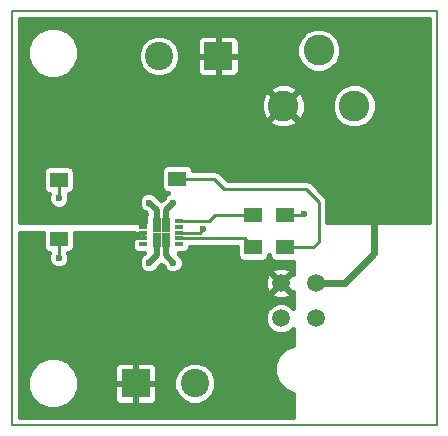
<source format=gbr>
G04 #@! TF.FileFunction,Copper,L1,Top,Signal*
%FSLAX46Y46*%
G04 Gerber Fmt 4.6, Leading zero omitted, Abs format (unit mm)*
G04 Created by KiCad (PCBNEW 4.0.7) date 05/14/18 21:45:12*
%MOMM*%
%LPD*%
G01*
G04 APERTURE LIST*
%ADD10C,0.100000*%
%ADD11C,0.150000*%
%ADD12R,1.500000X1.250000*%
%ADD13R,1.500000X1.300000*%
%ADD14R,0.650000X0.300000*%
%ADD15R,0.775000X1.240000*%
%ADD16C,2.600000*%
%ADD17R,2.400000X2.400000*%
%ADD18C,2.400000*%
%ADD19C,1.500000*%
%ADD20C,0.600000*%
%ADD21C,0.250000*%
%ADD22C,0.500000*%
%ADD23C,0.600000*%
%ADD24C,0.400000*%
G04 APERTURE END LIST*
D10*
D11*
X161000000Y-117000000D02*
X161000000Y-82000000D01*
X125000000Y-117000000D02*
X125000000Y-82000000D01*
X125000000Y-82000000D02*
X161000000Y-82000000D01*
X125000000Y-117000000D02*
X161000000Y-117000000D01*
D12*
X131500000Y-96250000D03*
X129000000Y-96250000D03*
X131500000Y-101250000D03*
X129000000Y-101250000D03*
D13*
X139018000Y-96154000D03*
X136318000Y-96154000D03*
X145462000Y-99202000D03*
X148162000Y-99202000D03*
X145450000Y-101950000D03*
X148150000Y-101950000D03*
D14*
X136118000Y-99726000D03*
X136118000Y-100226000D03*
X136118000Y-100726000D03*
X136118000Y-101226000D03*
X136118000Y-101726000D03*
X139218000Y-101726000D03*
X139218000Y-101226000D03*
X139218000Y-100726000D03*
X139218000Y-100226000D03*
X139218000Y-99726000D03*
D15*
X138055500Y-101346000D03*
X138055500Y-100106000D03*
X137280500Y-101346000D03*
X137280500Y-100106000D03*
D16*
X148000000Y-90000000D03*
X154000000Y-90000000D03*
X151000000Y-85300000D03*
D17*
X142500000Y-85800000D03*
D18*
X137500000Y-85800000D03*
D19*
X150800000Y-108000000D03*
X147800000Y-108000000D03*
X150800000Y-105000000D03*
X147800000Y-105000000D03*
D17*
X135500000Y-113500000D03*
D18*
X140500000Y-113500000D03*
D20*
X129000000Y-102850000D03*
X141250000Y-100400000D03*
X149750000Y-99150000D03*
X129000000Y-97800000D03*
X138055500Y-101346000D03*
X138684000Y-103266000D03*
X137280500Y-101346000D03*
X136652000Y-103266000D03*
X138055500Y-100106000D03*
X138684000Y-98186000D03*
X137280500Y-100106000D03*
X136652000Y-98186000D03*
D21*
X129000000Y-101250000D02*
X129000000Y-102850000D01*
X129000000Y-96250000D02*
X129000000Y-97800000D01*
X141250000Y-100400000D02*
X140924000Y-100726000D01*
X140924000Y-100726000D02*
X139218000Y-100726000D01*
X148162000Y-99202000D02*
X149698000Y-99202000D01*
X149698000Y-99202000D02*
X149750000Y-99150000D01*
D22*
X138684000Y-103266000D02*
X138055500Y-102637500D01*
X138055500Y-101346000D02*
X138055500Y-102637500D01*
X136652000Y-103266000D02*
X137280500Y-102637500D01*
X137280500Y-101346000D02*
X137280500Y-102637500D01*
X138684000Y-98186000D02*
X138055500Y-98814500D01*
X138055500Y-100106000D02*
X138055500Y-98814500D01*
X137280500Y-100106000D02*
X137280500Y-98814500D01*
X136652000Y-98186000D02*
X137280500Y-98814500D01*
X140000000Y-113000000D02*
X140500000Y-113500000D01*
D23*
X155700000Y-102500000D02*
X155700000Y-97700000D01*
X155700000Y-97700000D02*
X148000000Y-90000000D01*
X153200000Y-105000000D02*
X155700000Y-102500000D01*
X150800000Y-105000000D02*
X153200000Y-105000000D01*
D21*
X136118000Y-100226000D02*
X136118000Y-99726000D01*
X151000000Y-101500000D02*
X151000000Y-98108000D01*
X148150000Y-101950000D02*
X150550000Y-101950000D01*
X150550000Y-101950000D02*
X151000000Y-101500000D01*
X142154000Y-96154000D02*
X139018000Y-96154000D01*
X151000000Y-98108000D02*
X149892000Y-97000000D01*
X149892000Y-97000000D02*
X143000000Y-97000000D01*
X143000000Y-97000000D02*
X142154000Y-96154000D01*
X139218000Y-99726000D02*
X141716000Y-99726000D01*
X142240000Y-99202000D02*
X145462000Y-99202000D01*
X141716000Y-99726000D02*
X142240000Y-99202000D01*
X143550000Y-101226000D02*
X144438000Y-101226000D01*
X139218000Y-101226000D02*
X143550000Y-101226000D01*
X143550000Y-101226000D02*
X144726000Y-101226000D01*
X144726000Y-101226000D02*
X145450000Y-101950000D01*
X136118000Y-100726000D02*
X135474000Y-100726000D01*
X136118000Y-101226000D02*
X135176000Y-101226000D01*
X136118000Y-100726000D02*
X136118000Y-101226000D01*
D24*
G36*
X160325000Y-99800000D02*
X151725000Y-99800000D01*
X151725000Y-98108000D01*
X151699501Y-97979806D01*
X151669813Y-97830554D01*
X151512653Y-97595348D01*
X150404652Y-96487348D01*
X150169446Y-96330187D01*
X150123415Y-96321031D01*
X149892000Y-96275000D01*
X143300305Y-96275000D01*
X142666652Y-95641348D01*
X142431446Y-95484187D01*
X142385415Y-95475031D01*
X142154000Y-95429000D01*
X140365642Y-95429000D01*
X140337917Y-95281654D01*
X140206510Y-95077442D01*
X140006007Y-94940444D01*
X139768000Y-94892246D01*
X138268000Y-94892246D01*
X138045654Y-94934083D01*
X137841442Y-95065490D01*
X137704444Y-95265993D01*
X137656246Y-95504000D01*
X137656246Y-96804000D01*
X137698083Y-97026346D01*
X137829490Y-97230558D01*
X138029993Y-97367556D01*
X138216566Y-97405338D01*
X138174857Y-97422572D01*
X137921462Y-97675525D01*
X137871095Y-97796823D01*
X137668000Y-97999918D01*
X137465062Y-97796980D01*
X137415428Y-97676857D01*
X137162475Y-97423462D01*
X136831806Y-97286157D01*
X136473764Y-97285844D01*
X136142857Y-97422572D01*
X135889462Y-97675525D01*
X135752157Y-98006194D01*
X135751844Y-98364236D01*
X135888572Y-98695143D01*
X136141525Y-98948538D01*
X136262823Y-98998905D01*
X136403511Y-99139593D01*
X136329444Y-99247993D01*
X136281246Y-99486000D01*
X136281246Y-99800000D01*
X125675000Y-99800000D01*
X125675000Y-95625000D01*
X127638246Y-95625000D01*
X127638246Y-96875000D01*
X127680083Y-97097346D01*
X127811490Y-97301558D01*
X128011993Y-97438556D01*
X128162891Y-97469114D01*
X128100157Y-97620194D01*
X128099844Y-97978236D01*
X128236572Y-98309143D01*
X128489525Y-98562538D01*
X128820194Y-98699843D01*
X129178236Y-98700156D01*
X129509143Y-98563428D01*
X129762538Y-98310475D01*
X129899843Y-97979806D01*
X129900156Y-97621764D01*
X129837563Y-97470278D01*
X129972346Y-97444917D01*
X130176558Y-97313510D01*
X130313556Y-97113007D01*
X130361754Y-96875000D01*
X130361754Y-95625000D01*
X130319917Y-95402654D01*
X130188510Y-95198442D01*
X129988007Y-95061444D01*
X129750000Y-95013246D01*
X128250000Y-95013246D01*
X128027654Y-95055083D01*
X127823442Y-95186490D01*
X127686444Y-95386993D01*
X127638246Y-95625000D01*
X125675000Y-95625000D01*
X125675000Y-91298618D01*
X146772093Y-91298618D01*
X146902159Y-91596114D01*
X147596533Y-91894742D01*
X148352332Y-91904913D01*
X149054491Y-91625079D01*
X149097841Y-91596114D01*
X149227907Y-91298618D01*
X148000000Y-90070711D01*
X146772093Y-91298618D01*
X125675000Y-91298618D01*
X125675000Y-90352332D01*
X146095087Y-90352332D01*
X146374921Y-91054491D01*
X146403886Y-91097841D01*
X146701382Y-91227907D01*
X147929289Y-90000000D01*
X148070711Y-90000000D01*
X149298618Y-91227907D01*
X149596114Y-91097841D01*
X149894742Y-90403467D01*
X149895107Y-90376275D01*
X152099671Y-90376275D01*
X152388319Y-91074857D01*
X152922331Y-91609802D01*
X153620409Y-91899669D01*
X154376275Y-91900329D01*
X155074857Y-91611681D01*
X155609802Y-91077669D01*
X155899669Y-90379591D01*
X155900329Y-89623725D01*
X155611681Y-88925143D01*
X155077669Y-88390198D01*
X154379591Y-88100331D01*
X153623725Y-88099671D01*
X152925143Y-88388319D01*
X152390198Y-88922331D01*
X152100331Y-89620409D01*
X152099671Y-90376275D01*
X149895107Y-90376275D01*
X149904913Y-89647668D01*
X149625079Y-88945509D01*
X149596114Y-88902159D01*
X149298618Y-88772093D01*
X148070711Y-90000000D01*
X147929289Y-90000000D01*
X146701382Y-88772093D01*
X146403886Y-88902159D01*
X146105258Y-89596533D01*
X146095087Y-90352332D01*
X125675000Y-90352332D01*
X125675000Y-88701382D01*
X146772093Y-88701382D01*
X148000000Y-89929289D01*
X149227907Y-88701382D01*
X149097841Y-88403886D01*
X148403467Y-88105258D01*
X147647668Y-88095087D01*
X146945509Y-88374921D01*
X146902159Y-88403886D01*
X146772093Y-88701382D01*
X125675000Y-88701382D01*
X125675000Y-85935687D01*
X126299619Y-85935687D01*
X126633843Y-86744572D01*
X127252173Y-87363982D01*
X128060473Y-87699618D01*
X128935687Y-87700381D01*
X129744572Y-87366157D01*
X130363982Y-86747827D01*
X130609534Y-86156471D01*
X135699688Y-86156471D01*
X135973145Y-86818286D01*
X136479051Y-87325076D01*
X137140387Y-87599687D01*
X137856471Y-87600312D01*
X138518286Y-87326855D01*
X139025076Y-86820949D01*
X139299687Y-86159613D01*
X139299826Y-86000000D01*
X140700000Y-86000000D01*
X140700000Y-87119348D01*
X140791345Y-87339873D01*
X140960128Y-87508656D01*
X141180653Y-87600000D01*
X142300000Y-87600000D01*
X142450000Y-87450000D01*
X142450000Y-85850000D01*
X142550000Y-85850000D01*
X142550000Y-87450000D01*
X142700000Y-87600000D01*
X143819347Y-87600000D01*
X144039872Y-87508656D01*
X144208655Y-87339873D01*
X144300000Y-87119348D01*
X144300000Y-86000000D01*
X144150000Y-85850000D01*
X142550000Y-85850000D01*
X142450000Y-85850000D01*
X140850000Y-85850000D01*
X140700000Y-86000000D01*
X139299826Y-86000000D01*
X139300312Y-85443529D01*
X139026855Y-84781714D01*
X138726319Y-84480652D01*
X140700000Y-84480652D01*
X140700000Y-85600000D01*
X140850000Y-85750000D01*
X142450000Y-85750000D01*
X142450000Y-84150000D01*
X142550000Y-84150000D01*
X142550000Y-85750000D01*
X144150000Y-85750000D01*
X144223725Y-85676275D01*
X149099671Y-85676275D01*
X149388319Y-86374857D01*
X149922331Y-86909802D01*
X150620409Y-87199669D01*
X151376275Y-87200329D01*
X152074857Y-86911681D01*
X152609802Y-86377669D01*
X152899669Y-85679591D01*
X152900329Y-84923725D01*
X152611681Y-84225143D01*
X152077669Y-83690198D01*
X151379591Y-83400331D01*
X150623725Y-83399671D01*
X149925143Y-83688319D01*
X149390198Y-84222331D01*
X149100331Y-84920409D01*
X149099671Y-85676275D01*
X144223725Y-85676275D01*
X144300000Y-85600000D01*
X144300000Y-84480652D01*
X144208655Y-84260127D01*
X144039872Y-84091344D01*
X143819347Y-84000000D01*
X142700000Y-84000000D01*
X142550000Y-84150000D01*
X142450000Y-84150000D01*
X142300000Y-84000000D01*
X141180653Y-84000000D01*
X140960128Y-84091344D01*
X140791345Y-84260127D01*
X140700000Y-84480652D01*
X138726319Y-84480652D01*
X138520949Y-84274924D01*
X137859613Y-84000313D01*
X137143529Y-83999688D01*
X136481714Y-84273145D01*
X135974924Y-84779051D01*
X135700313Y-85440387D01*
X135699688Y-86156471D01*
X130609534Y-86156471D01*
X130699618Y-85939527D01*
X130700381Y-85064313D01*
X130366157Y-84255428D01*
X129747827Y-83636018D01*
X128939527Y-83300382D01*
X128064313Y-83299619D01*
X127255428Y-83633843D01*
X126636018Y-84252173D01*
X126300382Y-85060473D01*
X126299619Y-85935687D01*
X125675000Y-85935687D01*
X125675000Y-82675000D01*
X160325000Y-82675000D01*
X160325000Y-99800000D01*
X160325000Y-99800000D01*
G37*
X160325000Y-99800000D02*
X151725000Y-99800000D01*
X151725000Y-98108000D01*
X151699501Y-97979806D01*
X151669813Y-97830554D01*
X151512653Y-97595348D01*
X150404652Y-96487348D01*
X150169446Y-96330187D01*
X150123415Y-96321031D01*
X149892000Y-96275000D01*
X143300305Y-96275000D01*
X142666652Y-95641348D01*
X142431446Y-95484187D01*
X142385415Y-95475031D01*
X142154000Y-95429000D01*
X140365642Y-95429000D01*
X140337917Y-95281654D01*
X140206510Y-95077442D01*
X140006007Y-94940444D01*
X139768000Y-94892246D01*
X138268000Y-94892246D01*
X138045654Y-94934083D01*
X137841442Y-95065490D01*
X137704444Y-95265993D01*
X137656246Y-95504000D01*
X137656246Y-96804000D01*
X137698083Y-97026346D01*
X137829490Y-97230558D01*
X138029993Y-97367556D01*
X138216566Y-97405338D01*
X138174857Y-97422572D01*
X137921462Y-97675525D01*
X137871095Y-97796823D01*
X137668000Y-97999918D01*
X137465062Y-97796980D01*
X137415428Y-97676857D01*
X137162475Y-97423462D01*
X136831806Y-97286157D01*
X136473764Y-97285844D01*
X136142857Y-97422572D01*
X135889462Y-97675525D01*
X135752157Y-98006194D01*
X135751844Y-98364236D01*
X135888572Y-98695143D01*
X136141525Y-98948538D01*
X136262823Y-98998905D01*
X136403511Y-99139593D01*
X136329444Y-99247993D01*
X136281246Y-99486000D01*
X136281246Y-99800000D01*
X125675000Y-99800000D01*
X125675000Y-95625000D01*
X127638246Y-95625000D01*
X127638246Y-96875000D01*
X127680083Y-97097346D01*
X127811490Y-97301558D01*
X128011993Y-97438556D01*
X128162891Y-97469114D01*
X128100157Y-97620194D01*
X128099844Y-97978236D01*
X128236572Y-98309143D01*
X128489525Y-98562538D01*
X128820194Y-98699843D01*
X129178236Y-98700156D01*
X129509143Y-98563428D01*
X129762538Y-98310475D01*
X129899843Y-97979806D01*
X129900156Y-97621764D01*
X129837563Y-97470278D01*
X129972346Y-97444917D01*
X130176558Y-97313510D01*
X130313556Y-97113007D01*
X130361754Y-96875000D01*
X130361754Y-95625000D01*
X130319917Y-95402654D01*
X130188510Y-95198442D01*
X129988007Y-95061444D01*
X129750000Y-95013246D01*
X128250000Y-95013246D01*
X128027654Y-95055083D01*
X127823442Y-95186490D01*
X127686444Y-95386993D01*
X127638246Y-95625000D01*
X125675000Y-95625000D01*
X125675000Y-91298618D01*
X146772093Y-91298618D01*
X146902159Y-91596114D01*
X147596533Y-91894742D01*
X148352332Y-91904913D01*
X149054491Y-91625079D01*
X149097841Y-91596114D01*
X149227907Y-91298618D01*
X148000000Y-90070711D01*
X146772093Y-91298618D01*
X125675000Y-91298618D01*
X125675000Y-90352332D01*
X146095087Y-90352332D01*
X146374921Y-91054491D01*
X146403886Y-91097841D01*
X146701382Y-91227907D01*
X147929289Y-90000000D01*
X148070711Y-90000000D01*
X149298618Y-91227907D01*
X149596114Y-91097841D01*
X149894742Y-90403467D01*
X149895107Y-90376275D01*
X152099671Y-90376275D01*
X152388319Y-91074857D01*
X152922331Y-91609802D01*
X153620409Y-91899669D01*
X154376275Y-91900329D01*
X155074857Y-91611681D01*
X155609802Y-91077669D01*
X155899669Y-90379591D01*
X155900329Y-89623725D01*
X155611681Y-88925143D01*
X155077669Y-88390198D01*
X154379591Y-88100331D01*
X153623725Y-88099671D01*
X152925143Y-88388319D01*
X152390198Y-88922331D01*
X152100331Y-89620409D01*
X152099671Y-90376275D01*
X149895107Y-90376275D01*
X149904913Y-89647668D01*
X149625079Y-88945509D01*
X149596114Y-88902159D01*
X149298618Y-88772093D01*
X148070711Y-90000000D01*
X147929289Y-90000000D01*
X146701382Y-88772093D01*
X146403886Y-88902159D01*
X146105258Y-89596533D01*
X146095087Y-90352332D01*
X125675000Y-90352332D01*
X125675000Y-88701382D01*
X146772093Y-88701382D01*
X148000000Y-89929289D01*
X149227907Y-88701382D01*
X149097841Y-88403886D01*
X148403467Y-88105258D01*
X147647668Y-88095087D01*
X146945509Y-88374921D01*
X146902159Y-88403886D01*
X146772093Y-88701382D01*
X125675000Y-88701382D01*
X125675000Y-85935687D01*
X126299619Y-85935687D01*
X126633843Y-86744572D01*
X127252173Y-87363982D01*
X128060473Y-87699618D01*
X128935687Y-87700381D01*
X129744572Y-87366157D01*
X130363982Y-86747827D01*
X130609534Y-86156471D01*
X135699688Y-86156471D01*
X135973145Y-86818286D01*
X136479051Y-87325076D01*
X137140387Y-87599687D01*
X137856471Y-87600312D01*
X138518286Y-87326855D01*
X139025076Y-86820949D01*
X139299687Y-86159613D01*
X139299826Y-86000000D01*
X140700000Y-86000000D01*
X140700000Y-87119348D01*
X140791345Y-87339873D01*
X140960128Y-87508656D01*
X141180653Y-87600000D01*
X142300000Y-87600000D01*
X142450000Y-87450000D01*
X142450000Y-85850000D01*
X142550000Y-85850000D01*
X142550000Y-87450000D01*
X142700000Y-87600000D01*
X143819347Y-87600000D01*
X144039872Y-87508656D01*
X144208655Y-87339873D01*
X144300000Y-87119348D01*
X144300000Y-86000000D01*
X144150000Y-85850000D01*
X142550000Y-85850000D01*
X142450000Y-85850000D01*
X140850000Y-85850000D01*
X140700000Y-86000000D01*
X139299826Y-86000000D01*
X139300312Y-85443529D01*
X139026855Y-84781714D01*
X138726319Y-84480652D01*
X140700000Y-84480652D01*
X140700000Y-85600000D01*
X140850000Y-85750000D01*
X142450000Y-85750000D01*
X142450000Y-84150000D01*
X142550000Y-84150000D01*
X142550000Y-85750000D01*
X144150000Y-85750000D01*
X144223725Y-85676275D01*
X149099671Y-85676275D01*
X149388319Y-86374857D01*
X149922331Y-86909802D01*
X150620409Y-87199669D01*
X151376275Y-87200329D01*
X152074857Y-86911681D01*
X152609802Y-86377669D01*
X152899669Y-85679591D01*
X152900329Y-84923725D01*
X152611681Y-84225143D01*
X152077669Y-83690198D01*
X151379591Y-83400331D01*
X150623725Y-83399671D01*
X149925143Y-83688319D01*
X149390198Y-84222331D01*
X149100331Y-84920409D01*
X149099671Y-85676275D01*
X144223725Y-85676275D01*
X144300000Y-85600000D01*
X144300000Y-84480652D01*
X144208655Y-84260127D01*
X144039872Y-84091344D01*
X143819347Y-84000000D01*
X142700000Y-84000000D01*
X142550000Y-84150000D01*
X142450000Y-84150000D01*
X142300000Y-84000000D01*
X141180653Y-84000000D01*
X140960128Y-84091344D01*
X140791345Y-84260127D01*
X140700000Y-84480652D01*
X138726319Y-84480652D01*
X138520949Y-84274924D01*
X137859613Y-84000313D01*
X137143529Y-83999688D01*
X136481714Y-84273145D01*
X135974924Y-84779051D01*
X135700313Y-85440387D01*
X135699688Y-86156471D01*
X130609534Y-86156471D01*
X130699618Y-85939527D01*
X130700381Y-85064313D01*
X130366157Y-84255428D01*
X129747827Y-83636018D01*
X128939527Y-83300382D01*
X128064313Y-83299619D01*
X127255428Y-83633843D01*
X126636018Y-84252173D01*
X126300382Y-85060473D01*
X126299619Y-85935687D01*
X125675000Y-85935687D01*
X125675000Y-82675000D01*
X160325000Y-82675000D01*
X160325000Y-99800000D01*
G36*
X135354490Y-100802558D02*
X135554993Y-100939556D01*
X135732826Y-100975568D01*
X135570654Y-101006083D01*
X135366442Y-101137490D01*
X135229444Y-101337993D01*
X135181246Y-101576000D01*
X135181246Y-101876000D01*
X135223083Y-102098346D01*
X135354490Y-102302558D01*
X135554993Y-102439556D01*
X135793000Y-102487754D01*
X136178719Y-102487754D01*
X136142857Y-102502572D01*
X135889462Y-102755525D01*
X135752157Y-103086194D01*
X135751844Y-103444236D01*
X135888572Y-103775143D01*
X136141525Y-104028538D01*
X136472194Y-104165843D01*
X136830236Y-104166156D01*
X137161143Y-104029428D01*
X137414538Y-103776475D01*
X137464905Y-103655177D01*
X137668000Y-103452082D01*
X137870938Y-103655020D01*
X137920572Y-103775143D01*
X138173525Y-104028538D01*
X138504194Y-104165843D01*
X138862236Y-104166156D01*
X139033413Y-104095427D01*
X146971795Y-104095427D01*
X147800000Y-104923632D01*
X148628205Y-104095427D01*
X148564746Y-103855548D01*
X148068570Y-103650009D01*
X147531507Y-103649993D01*
X147035320Y-103855505D01*
X147035254Y-103855548D01*
X146971795Y-104095427D01*
X139033413Y-104095427D01*
X139193143Y-104029428D01*
X139446538Y-103776475D01*
X139583843Y-103445806D01*
X139584156Y-103087764D01*
X139447428Y-102756857D01*
X139194475Y-102503462D01*
X139156646Y-102487754D01*
X139543000Y-102487754D01*
X139765346Y-102445917D01*
X139969558Y-102314510D01*
X140106556Y-102114007D01*
X140139566Y-101951000D01*
X144088246Y-101951000D01*
X144088246Y-102600000D01*
X144130083Y-102822346D01*
X144261490Y-103026558D01*
X144461993Y-103163556D01*
X144700000Y-103211754D01*
X146200000Y-103211754D01*
X146422346Y-103169917D01*
X146626558Y-103038510D01*
X146763556Y-102838007D01*
X146799568Y-102660174D01*
X146830083Y-102822346D01*
X146961490Y-103026558D01*
X147161993Y-103163556D01*
X147400000Y-103211754D01*
X148800000Y-103211754D01*
X148800000Y-104197040D01*
X148704573Y-104171795D01*
X147876368Y-105000000D01*
X148704573Y-105828205D01*
X148800000Y-105802960D01*
X148800000Y-107090890D01*
X148565712Y-106856193D01*
X148069710Y-106650235D01*
X147532647Y-106649766D01*
X147036285Y-106854858D01*
X146656193Y-107234288D01*
X146450235Y-107730290D01*
X146449766Y-108267353D01*
X146654858Y-108763715D01*
X147034288Y-109143807D01*
X147530290Y-109349765D01*
X148067353Y-109350234D01*
X148563715Y-109145142D01*
X148800000Y-108909269D01*
X148800000Y-110254393D01*
X148112000Y-110538669D01*
X147520745Y-111128893D01*
X147200366Y-111900452D01*
X147199637Y-112735883D01*
X147518669Y-113508000D01*
X148108893Y-114099255D01*
X148800000Y-114386227D01*
X148800000Y-116325000D01*
X125695195Y-116325000D01*
X125688339Y-113935687D01*
X126299619Y-113935687D01*
X126633843Y-114744572D01*
X127252173Y-115363982D01*
X128060473Y-115699618D01*
X128935687Y-115700381D01*
X129744572Y-115366157D01*
X130363982Y-114747827D01*
X130699618Y-113939527D01*
X130699823Y-113704000D01*
X133700000Y-113704000D01*
X133700000Y-114819348D01*
X133791345Y-115039873D01*
X133960128Y-115208656D01*
X134180653Y-115300000D01*
X135296000Y-115300000D01*
X135446000Y-115150000D01*
X135446000Y-113554000D01*
X135554000Y-113554000D01*
X135554000Y-115150000D01*
X135704000Y-115300000D01*
X136819347Y-115300000D01*
X137039872Y-115208656D01*
X137208655Y-115039873D01*
X137300000Y-114819348D01*
X137300000Y-113856471D01*
X138699688Y-113856471D01*
X138973145Y-114518286D01*
X139479051Y-115025076D01*
X140140387Y-115299687D01*
X140856471Y-115300312D01*
X141518286Y-115026855D01*
X142025076Y-114520949D01*
X142299687Y-113859613D01*
X142300312Y-113143529D01*
X142026855Y-112481714D01*
X141520949Y-111974924D01*
X140859613Y-111700313D01*
X140143529Y-111699688D01*
X139481714Y-111973145D01*
X138974924Y-112479051D01*
X138700313Y-113140387D01*
X138699688Y-113856471D01*
X137300000Y-113856471D01*
X137300000Y-113704000D01*
X137150000Y-113554000D01*
X135554000Y-113554000D01*
X135446000Y-113554000D01*
X133850000Y-113554000D01*
X133700000Y-113704000D01*
X130699823Y-113704000D01*
X130700381Y-113064313D01*
X130366157Y-112255428D01*
X130291512Y-112180652D01*
X133700000Y-112180652D01*
X133700000Y-113296000D01*
X133850000Y-113446000D01*
X135446000Y-113446000D01*
X135446000Y-111850000D01*
X135554000Y-111850000D01*
X135554000Y-113446000D01*
X137150000Y-113446000D01*
X137300000Y-113296000D01*
X137300000Y-112180652D01*
X137208655Y-111960127D01*
X137039872Y-111791344D01*
X136819347Y-111700000D01*
X135704000Y-111700000D01*
X135554000Y-111850000D01*
X135446000Y-111850000D01*
X135296000Y-111700000D01*
X134180653Y-111700000D01*
X133960128Y-111791344D01*
X133791345Y-111960127D01*
X133700000Y-112180652D01*
X130291512Y-112180652D01*
X129747827Y-111636018D01*
X128939527Y-111300382D01*
X128064313Y-111299619D01*
X127255428Y-111633843D01*
X126636018Y-112252173D01*
X126300382Y-113060473D01*
X126299619Y-113935687D01*
X125688339Y-113935687D01*
X125675000Y-109287181D01*
X125675000Y-105904573D01*
X146971795Y-105904573D01*
X147035254Y-106144452D01*
X147531430Y-106349991D01*
X148068493Y-106350007D01*
X148564680Y-106144495D01*
X148564746Y-106144452D01*
X148628205Y-105904573D01*
X147800000Y-105076368D01*
X146971795Y-105904573D01*
X125675000Y-105904573D01*
X125675000Y-105268493D01*
X146449993Y-105268493D01*
X146655505Y-105764680D01*
X146655548Y-105764746D01*
X146895427Y-105828205D01*
X147723632Y-105000000D01*
X146895427Y-104171795D01*
X146655548Y-104235254D01*
X146450009Y-104731430D01*
X146449993Y-105268493D01*
X125675000Y-105268493D01*
X125675000Y-100774284D01*
X127638246Y-100768032D01*
X127638246Y-101875000D01*
X127680083Y-102097346D01*
X127811490Y-102301558D01*
X128011993Y-102438556D01*
X128182042Y-102472992D01*
X128100157Y-102670194D01*
X128099844Y-103028236D01*
X128236572Y-103359143D01*
X128489525Y-103612538D01*
X128820194Y-103749843D01*
X129178236Y-103750156D01*
X129509143Y-103613428D01*
X129762538Y-103360475D01*
X129899843Y-103029806D01*
X129900156Y-102671764D01*
X129818394Y-102473885D01*
X129972346Y-102444917D01*
X130176558Y-102313510D01*
X130313556Y-102113007D01*
X130361754Y-101875000D01*
X130361754Y-100759358D01*
X135316538Y-100743579D01*
X135354490Y-100802558D01*
X135354490Y-100802558D01*
G37*
X135354490Y-100802558D02*
X135554993Y-100939556D01*
X135732826Y-100975568D01*
X135570654Y-101006083D01*
X135366442Y-101137490D01*
X135229444Y-101337993D01*
X135181246Y-101576000D01*
X135181246Y-101876000D01*
X135223083Y-102098346D01*
X135354490Y-102302558D01*
X135554993Y-102439556D01*
X135793000Y-102487754D01*
X136178719Y-102487754D01*
X136142857Y-102502572D01*
X135889462Y-102755525D01*
X135752157Y-103086194D01*
X135751844Y-103444236D01*
X135888572Y-103775143D01*
X136141525Y-104028538D01*
X136472194Y-104165843D01*
X136830236Y-104166156D01*
X137161143Y-104029428D01*
X137414538Y-103776475D01*
X137464905Y-103655177D01*
X137668000Y-103452082D01*
X137870938Y-103655020D01*
X137920572Y-103775143D01*
X138173525Y-104028538D01*
X138504194Y-104165843D01*
X138862236Y-104166156D01*
X139033413Y-104095427D01*
X146971795Y-104095427D01*
X147800000Y-104923632D01*
X148628205Y-104095427D01*
X148564746Y-103855548D01*
X148068570Y-103650009D01*
X147531507Y-103649993D01*
X147035320Y-103855505D01*
X147035254Y-103855548D01*
X146971795Y-104095427D01*
X139033413Y-104095427D01*
X139193143Y-104029428D01*
X139446538Y-103776475D01*
X139583843Y-103445806D01*
X139584156Y-103087764D01*
X139447428Y-102756857D01*
X139194475Y-102503462D01*
X139156646Y-102487754D01*
X139543000Y-102487754D01*
X139765346Y-102445917D01*
X139969558Y-102314510D01*
X140106556Y-102114007D01*
X140139566Y-101951000D01*
X144088246Y-101951000D01*
X144088246Y-102600000D01*
X144130083Y-102822346D01*
X144261490Y-103026558D01*
X144461993Y-103163556D01*
X144700000Y-103211754D01*
X146200000Y-103211754D01*
X146422346Y-103169917D01*
X146626558Y-103038510D01*
X146763556Y-102838007D01*
X146799568Y-102660174D01*
X146830083Y-102822346D01*
X146961490Y-103026558D01*
X147161993Y-103163556D01*
X147400000Y-103211754D01*
X148800000Y-103211754D01*
X148800000Y-104197040D01*
X148704573Y-104171795D01*
X147876368Y-105000000D01*
X148704573Y-105828205D01*
X148800000Y-105802960D01*
X148800000Y-107090890D01*
X148565712Y-106856193D01*
X148069710Y-106650235D01*
X147532647Y-106649766D01*
X147036285Y-106854858D01*
X146656193Y-107234288D01*
X146450235Y-107730290D01*
X146449766Y-108267353D01*
X146654858Y-108763715D01*
X147034288Y-109143807D01*
X147530290Y-109349765D01*
X148067353Y-109350234D01*
X148563715Y-109145142D01*
X148800000Y-108909269D01*
X148800000Y-110254393D01*
X148112000Y-110538669D01*
X147520745Y-111128893D01*
X147200366Y-111900452D01*
X147199637Y-112735883D01*
X147518669Y-113508000D01*
X148108893Y-114099255D01*
X148800000Y-114386227D01*
X148800000Y-116325000D01*
X125695195Y-116325000D01*
X125688339Y-113935687D01*
X126299619Y-113935687D01*
X126633843Y-114744572D01*
X127252173Y-115363982D01*
X128060473Y-115699618D01*
X128935687Y-115700381D01*
X129744572Y-115366157D01*
X130363982Y-114747827D01*
X130699618Y-113939527D01*
X130699823Y-113704000D01*
X133700000Y-113704000D01*
X133700000Y-114819348D01*
X133791345Y-115039873D01*
X133960128Y-115208656D01*
X134180653Y-115300000D01*
X135296000Y-115300000D01*
X135446000Y-115150000D01*
X135446000Y-113554000D01*
X135554000Y-113554000D01*
X135554000Y-115150000D01*
X135704000Y-115300000D01*
X136819347Y-115300000D01*
X137039872Y-115208656D01*
X137208655Y-115039873D01*
X137300000Y-114819348D01*
X137300000Y-113856471D01*
X138699688Y-113856471D01*
X138973145Y-114518286D01*
X139479051Y-115025076D01*
X140140387Y-115299687D01*
X140856471Y-115300312D01*
X141518286Y-115026855D01*
X142025076Y-114520949D01*
X142299687Y-113859613D01*
X142300312Y-113143529D01*
X142026855Y-112481714D01*
X141520949Y-111974924D01*
X140859613Y-111700313D01*
X140143529Y-111699688D01*
X139481714Y-111973145D01*
X138974924Y-112479051D01*
X138700313Y-113140387D01*
X138699688Y-113856471D01*
X137300000Y-113856471D01*
X137300000Y-113704000D01*
X137150000Y-113554000D01*
X135554000Y-113554000D01*
X135446000Y-113554000D01*
X133850000Y-113554000D01*
X133700000Y-113704000D01*
X130699823Y-113704000D01*
X130700381Y-113064313D01*
X130366157Y-112255428D01*
X130291512Y-112180652D01*
X133700000Y-112180652D01*
X133700000Y-113296000D01*
X133850000Y-113446000D01*
X135446000Y-113446000D01*
X135446000Y-111850000D01*
X135554000Y-111850000D01*
X135554000Y-113446000D01*
X137150000Y-113446000D01*
X137300000Y-113296000D01*
X137300000Y-112180652D01*
X137208655Y-111960127D01*
X137039872Y-111791344D01*
X136819347Y-111700000D01*
X135704000Y-111700000D01*
X135554000Y-111850000D01*
X135446000Y-111850000D01*
X135296000Y-111700000D01*
X134180653Y-111700000D01*
X133960128Y-111791344D01*
X133791345Y-111960127D01*
X133700000Y-112180652D01*
X130291512Y-112180652D01*
X129747827Y-111636018D01*
X128939527Y-111300382D01*
X128064313Y-111299619D01*
X127255428Y-111633843D01*
X126636018Y-112252173D01*
X126300382Y-113060473D01*
X126299619Y-113935687D01*
X125688339Y-113935687D01*
X125675000Y-109287181D01*
X125675000Y-105904573D01*
X146971795Y-105904573D01*
X147035254Y-106144452D01*
X147531430Y-106349991D01*
X148068493Y-106350007D01*
X148564680Y-106144495D01*
X148564746Y-106144452D01*
X148628205Y-105904573D01*
X147800000Y-105076368D01*
X146971795Y-105904573D01*
X125675000Y-105904573D01*
X125675000Y-105268493D01*
X146449993Y-105268493D01*
X146655505Y-105764680D01*
X146655548Y-105764746D01*
X146895427Y-105828205D01*
X147723632Y-105000000D01*
X146895427Y-104171795D01*
X146655548Y-104235254D01*
X146450009Y-104731430D01*
X146449993Y-105268493D01*
X125675000Y-105268493D01*
X125675000Y-100774284D01*
X127638246Y-100768032D01*
X127638246Y-101875000D01*
X127680083Y-102097346D01*
X127811490Y-102301558D01*
X128011993Y-102438556D01*
X128182042Y-102472992D01*
X128100157Y-102670194D01*
X128099844Y-103028236D01*
X128236572Y-103359143D01*
X128489525Y-103612538D01*
X128820194Y-103749843D01*
X129178236Y-103750156D01*
X129509143Y-103613428D01*
X129762538Y-103360475D01*
X129899843Y-103029806D01*
X129900156Y-102671764D01*
X129818394Y-102473885D01*
X129972346Y-102444917D01*
X130176558Y-102313510D01*
X130313556Y-102113007D01*
X130361754Y-101875000D01*
X130361754Y-100759358D01*
X135316538Y-100743579D01*
X135354490Y-100802558D01*
M02*

</source>
